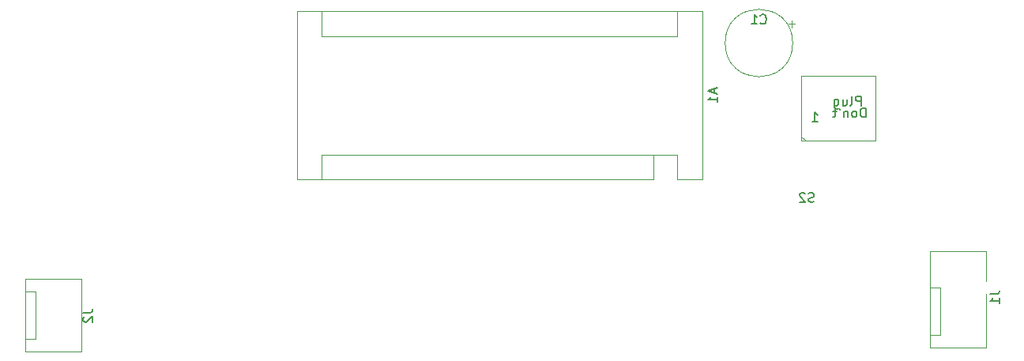
<source format=gbr>
G04 #@! TF.GenerationSoftware,KiCad,Pcbnew,(5.1.0)-1*
G04 #@! TF.CreationDate,2019-07-24T14:01:51+02:00*
G04 #@! TF.ProjectId,AirSensorModule,41697253-656e-4736-9f72-4d6f64756c65,rev?*
G04 #@! TF.SameCoordinates,Original*
G04 #@! TF.FileFunction,Legend,Bot*
G04 #@! TF.FilePolarity,Positive*
%FSLAX46Y46*%
G04 Gerber Fmt 4.6, Leading zero omitted, Abs format (unit mm)*
G04 Created by KiCad (PCBNEW (5.1.0)-1) date 2019-07-24 14:01:51*
%MOMM*%
%LPD*%
G04 APERTURE LIST*
%ADD10C,0.120000*%
%ADD11C,0.150000*%
G04 APERTURE END LIST*
D10*
X207000000Y-93250000D02*
X207000000Y-86250000D01*
X207000000Y-86250000D02*
X215000000Y-86250000D01*
X215000000Y-86250000D02*
X215000000Y-93250000D01*
X215000000Y-93250000D02*
X207000000Y-93250000D01*
X207000000Y-92750000D02*
X207500000Y-93250000D01*
X191230000Y-94730000D02*
X193770000Y-94730000D01*
X193770000Y-94730000D02*
X193770000Y-97400000D01*
X191230000Y-97400000D02*
X153000000Y-97400000D01*
X196440000Y-97400000D02*
X193770000Y-97400000D01*
X193770000Y-82030000D02*
X193770000Y-79360000D01*
X193770000Y-82030000D02*
X155670000Y-82030000D01*
X155670000Y-82030000D02*
X155670000Y-79360000D01*
X191230000Y-94730000D02*
X191230000Y-97400000D01*
X191230000Y-94730000D02*
X155670000Y-94730000D01*
X155670000Y-94730000D02*
X155670000Y-97400000D01*
X153000000Y-97400000D02*
X153000000Y-79360000D01*
X153000000Y-79360000D02*
X196440000Y-79360000D01*
X196440000Y-79360000D02*
X196440000Y-97400000D01*
X206120000Y-82750000D02*
G75*
G03X206120000Y-82750000I-3620000J0D01*
G01*
X206374723Y-80715000D02*
X205674723Y-80715000D01*
X206024723Y-80365000D02*
X206024723Y-81065000D01*
X226850000Y-115350000D02*
X226850000Y-109600000D01*
X226800000Y-108250000D02*
X226800000Y-105050000D01*
X226800000Y-105050000D02*
X220850000Y-105050000D01*
X220850000Y-105050000D02*
X220850000Y-115350000D01*
X220850000Y-115350000D02*
X226850000Y-115350000D01*
X220950000Y-114000000D02*
X221960000Y-114000000D01*
X221960000Y-114000000D02*
X221960000Y-108920000D01*
X221960000Y-108920000D02*
X220950000Y-108920000D01*
X123850000Y-115850000D02*
X129900000Y-115850000D01*
X129900000Y-115850000D02*
X129900000Y-108050000D01*
X129900000Y-108050000D02*
X123850000Y-108050000D01*
X123850000Y-108050000D02*
X123850000Y-115850000D01*
X123950000Y-114500000D02*
X124960000Y-114500000D01*
X124960000Y-114500000D02*
X124960000Y-109420000D01*
X124960000Y-109420000D02*
X123950000Y-109420000D01*
D11*
X208396904Y-99750761D02*
X208254047Y-99798380D01*
X208015952Y-99798380D01*
X207920714Y-99750761D01*
X207873095Y-99703142D01*
X207825476Y-99607904D01*
X207825476Y-99512666D01*
X207873095Y-99417428D01*
X207920714Y-99369809D01*
X208015952Y-99322190D01*
X208206428Y-99274571D01*
X208301666Y-99226952D01*
X208349285Y-99179333D01*
X208396904Y-99084095D01*
X208396904Y-98988857D01*
X208349285Y-98893619D01*
X208301666Y-98846000D01*
X208206428Y-98798380D01*
X207968333Y-98798380D01*
X207825476Y-98846000D01*
X207444523Y-98893619D02*
X207396904Y-98846000D01*
X207301666Y-98798380D01*
X207063571Y-98798380D01*
X206968333Y-98846000D01*
X206920714Y-98893619D01*
X206873095Y-98988857D01*
X206873095Y-99084095D01*
X206920714Y-99226952D01*
X207492142Y-99798380D01*
X206873095Y-99798380D01*
X208214285Y-91202380D02*
X208785714Y-91202380D01*
X208500000Y-91202380D02*
X208500000Y-90202380D01*
X208595238Y-90345238D01*
X208690476Y-90440476D01*
X208785714Y-90488095D01*
X213940476Y-90702380D02*
X213940476Y-89702380D01*
X213702380Y-89702380D01*
X213559523Y-89750000D01*
X213464285Y-89845238D01*
X213416666Y-89940476D01*
X213369047Y-90130952D01*
X213369047Y-90273809D01*
X213416666Y-90464285D01*
X213464285Y-90559523D01*
X213559523Y-90654761D01*
X213702380Y-90702380D01*
X213940476Y-90702380D01*
X212797619Y-90702380D02*
X212892857Y-90654761D01*
X212940476Y-90607142D01*
X212988095Y-90511904D01*
X212988095Y-90226190D01*
X212940476Y-90130952D01*
X212892857Y-90083333D01*
X212797619Y-90035714D01*
X212654761Y-90035714D01*
X212559523Y-90083333D01*
X212511904Y-90130952D01*
X212464285Y-90226190D01*
X212464285Y-90511904D01*
X212511904Y-90607142D01*
X212559523Y-90654761D01*
X212654761Y-90702380D01*
X212797619Y-90702380D01*
X212035714Y-90035714D02*
X212035714Y-90702380D01*
X212035714Y-90130952D02*
X211988095Y-90083333D01*
X211892857Y-90035714D01*
X211750000Y-90035714D01*
X211654761Y-90083333D01*
X211607142Y-90178571D01*
X211607142Y-90702380D01*
X211083333Y-89702380D02*
X211178571Y-89892857D01*
X210797619Y-90035714D02*
X210416666Y-90035714D01*
X210654761Y-89702380D02*
X210654761Y-90559523D01*
X210607142Y-90654761D01*
X210511904Y-90702380D01*
X210416666Y-90702380D01*
X213428571Y-89452380D02*
X213428571Y-88452380D01*
X213047619Y-88452380D01*
X212952380Y-88500000D01*
X212904761Y-88547619D01*
X212857142Y-88642857D01*
X212857142Y-88785714D01*
X212904761Y-88880952D01*
X212952380Y-88928571D01*
X213047619Y-88976190D01*
X213428571Y-88976190D01*
X212285714Y-89452380D02*
X212380952Y-89404761D01*
X212428571Y-89309523D01*
X212428571Y-88452380D01*
X211476190Y-88785714D02*
X211476190Y-89452380D01*
X211904761Y-88785714D02*
X211904761Y-89309523D01*
X211857142Y-89404761D01*
X211761904Y-89452380D01*
X211619047Y-89452380D01*
X211523809Y-89404761D01*
X211476190Y-89357142D01*
X210571428Y-88785714D02*
X210571428Y-89595238D01*
X210619047Y-89690476D01*
X210666666Y-89738095D01*
X210761904Y-89785714D01*
X210904761Y-89785714D01*
X211000000Y-89738095D01*
X210571428Y-89404761D02*
X210666666Y-89452380D01*
X210857142Y-89452380D01*
X210952380Y-89404761D01*
X211000000Y-89357142D01*
X211047619Y-89261904D01*
X211047619Y-88976190D01*
X211000000Y-88880952D01*
X210952380Y-88833333D01*
X210857142Y-88785714D01*
X210666666Y-88785714D01*
X210571428Y-88833333D01*
X197746666Y-87665714D02*
X197746666Y-88141904D01*
X198032380Y-87570476D02*
X197032380Y-87903809D01*
X198032380Y-88237142D01*
X198032380Y-89094285D02*
X198032380Y-88522857D01*
X198032380Y-88808571D02*
X197032380Y-88808571D01*
X197175238Y-88713333D01*
X197270476Y-88618095D01*
X197318095Y-88522857D01*
X202666666Y-80607142D02*
X202714285Y-80654761D01*
X202857142Y-80702380D01*
X202952380Y-80702380D01*
X203095238Y-80654761D01*
X203190476Y-80559523D01*
X203238095Y-80464285D01*
X203285714Y-80273809D01*
X203285714Y-80130952D01*
X203238095Y-79940476D01*
X203190476Y-79845238D01*
X203095238Y-79750000D01*
X202952380Y-79702380D01*
X202857142Y-79702380D01*
X202714285Y-79750000D01*
X202666666Y-79797619D01*
X201714285Y-80702380D02*
X202285714Y-80702380D01*
X202000000Y-80702380D02*
X202000000Y-79702380D01*
X202095238Y-79845238D01*
X202190476Y-79940476D01*
X202285714Y-79988095D01*
X227252380Y-109666666D02*
X227966666Y-109666666D01*
X228109523Y-109619047D01*
X228204761Y-109523809D01*
X228252380Y-109380952D01*
X228252380Y-109285714D01*
X228252380Y-110666666D02*
X228252380Y-110095238D01*
X228252380Y-110380952D02*
X227252380Y-110380952D01*
X227395238Y-110285714D01*
X227490476Y-110190476D01*
X227538095Y-110095238D01*
X130102380Y-111666666D02*
X130816666Y-111666666D01*
X130959523Y-111619047D01*
X131054761Y-111523809D01*
X131102380Y-111380952D01*
X131102380Y-111285714D01*
X130197619Y-112095238D02*
X130150000Y-112142857D01*
X130102380Y-112238095D01*
X130102380Y-112476190D01*
X130150000Y-112571428D01*
X130197619Y-112619047D01*
X130292857Y-112666666D01*
X130388095Y-112666666D01*
X130530952Y-112619047D01*
X131102380Y-112047619D01*
X131102380Y-112666666D01*
M02*

</source>
